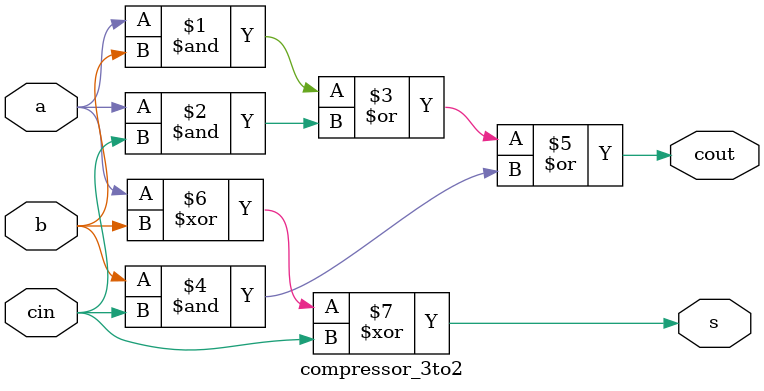
<source format=v>
module compressor_3to2 (
    a,
    b,
    cin,
    s,
    cout
);
    // &Ports;
    input         a;
    input         b;
    input         cin;
    output        s;
    output        cout;

    // &Regs;

    // &WIres;
    wire        a;
    wire        b;
    wire        cin;
    wire        s;
    wire        cout;

    assign cout = (a & b) | (a & cin) | (b & cin);
    assign s    = a ^ b ^ cin;
endmodule

</source>
